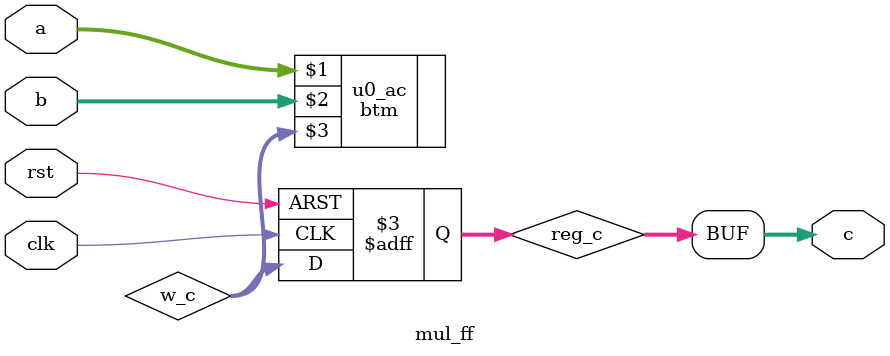
<source format=v>
`timescale 1ns/1ps

module mul_ff(
 clk,
 rst,
 a,
 b,
 c
);

`define BT_RND
//parameter BT_RND = 0
parameter NAB = 0;
parameter BWOP = 32;

input clk;
input rst;
input [BWOP-1:0] a;
input [BWOP-1:0] b;
output [BWOP-1:0] c;

reg [BWOP-1:0]  reg_c;
wire [BWOP-1:0]  w_c;
`ifdef BT_RND
    btm #(BWOP, NAB) u0_ac (a, b, w_c);
`else
  btm_trunc #(BWOP, NAB) u0_ac (a, b, w_c);
`endif

always @(posedge clk or negedge rst)
begin
  if (~rst)
  begin
    reg_c <= #1 0;
  end
  else 
  begin
    reg_c <= #1 w_c;
  end
end

assign c = reg_c;

endmodule


</source>
